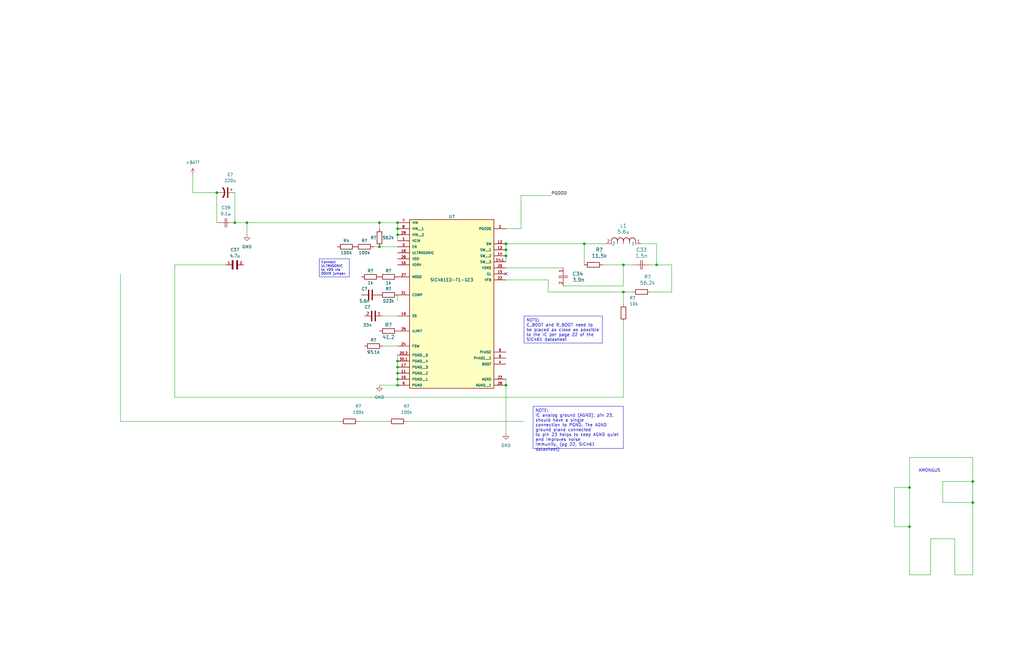
<source format=kicad_sch>
(kicad_sch (version 20230121) (generator eeschema)
  (paper "B")
  (title_block (title "5V Regulator"))
  (lib_symbols
    (symbol "FixedWing:08053C333KAT2A" (pin_names (offset 1.016))
      (property "Reference" "C" (at 1.27 2.54 0))
      (property "Value" "33n" (at 0 -3.81 0))
      (symbol "08053C333KAT2A_0_1"
        (polyline (pts (xy 3.048 -2.032) (xy 3.048 2.032)) (stroke (width 0.508)))
        (polyline (pts (xy 4.572 -2.032) (xy 4.572 2.032)) (stroke (width 0.508)))
      )
      (symbol "08053C333KAT2A_1_1"
        (pin passive line (at 0 0 0) (length 2.794) (name "~") (number "1"))
        (pin passive line (at 7.62 0 180) (length 2.794) (name "~") (number "2"))
      )
    )
    (symbol "FixedWing:CRCW080541K2FKEA" (pin_numbers hide) (pin_names (offset 0.254) hide)
      (property "Reference" "R" (at 3.81 2.54 0))
      (property "Value" "41.2" (at 3.81 -2.54 0))
      (symbol "CRCW080541K2FKEA_0_1"
        (rectangle (start 6.35 -1.016) (end 1.27 1.016) (stroke (width 0.254)))
      )
      (symbol "CRCW080541K2FKEA_1_1"
        (pin passive line (at 0 0 0) (length 1.27) (name "~") (number "1"))
        (pin passive line (at 7.62 0 180) (length 1.27) (name "~") (number "2"))
      )
      (symbol "CRCW080541K2FKEA_1_2"
        (polyline (pts (xy -1.27 3.175) (xy 1.27 4.445)) (stroke (width 0.2032)))
        (polyline (pts (xy -1.27 5.715) (xy 1.27 6.985)) (stroke (width 0.2032)))
        (polyline (pts (xy -1.27 8.255) (xy 1.27 9.525)) (stroke (width 0.2032)))
        (polyline (pts (xy 0 2.54) (xy -1.27 3.175)) (stroke (width 0.2032)))
        (polyline (pts (xy 1.27 4.445) (xy -1.27 5.715)) (stroke (width 0.2032)))
        (polyline (pts (xy 1.27 6.985) (xy -1.27 8.255)) (stroke (width 0.2032)))
        (polyline (pts (xy 1.27 9.525) (xy 0 10.16)) (stroke (width 0.2032)))
        (pin unspecified line (at 0 12.7 270) (length 2.54) (name "") (number "1"))
        (pin unspecified line (at 0 0 90) (length 2.54) (name "") (number "2"))
      )
    )
    (symbol "FixedWing:EEUFR1J221L" (pin_numbers hide) (pin_names (offset 1.016) hide)
      (property "Reference" "C" (at 2.54 3.81 0))
      (property "Value" "220u" (at 1.27 -5.08 0))
      (symbol "EEUFR1J221L_0_1"
        (polyline (pts (xy 1.524 -1.778) (xy 1.524 -0.762)))
        (polyline (pts (xy 2.032 -1.27) (xy 1.016 -1.27)))
        (polyline (pts (xy 3.048 -2.032) (xy 3.048 2.032)) (stroke (width 0.508)))
        (arc (start 5.08 2.032) (mid 4.3672 0) (end 5.08 -2.032) (stroke (width 0.508)))
      )
      (symbol "EEUFR1J221L_1_1"
        (pin passive line (at 0 0 0) (length 2.794) (name "~") (number "1"))
        (pin passive line (at 7.62 0 180) (length 3.302) (name "~") (number "2"))
      )
    )
    (symbol "FixedWing:GCJ188R72A104KA01D" (pin_numbers hide) (pin_names (offset 0) hide)
      (property "Reference" "C" (at 3.81 1.27 0))
      (property "Value" "0.1µ" (at 5.08 -1.27 0))
      (symbol "GCJ188R72A104KA01D_1_1"
        (polyline (pts (xy 0 -1.27) (xy 0 -0.3302)) (stroke (width 0.2032)))
        (polyline (pts (xy 0 0.3048) (xy 0 1.27)) (stroke (width 0.2032)))
        (polyline (pts (xy 1.905 -0.3302) (xy -1.905 -0.3302)) (stroke (width 0.2032)))
        (polyline (pts (xy 1.905 0.3048) (xy -1.905 0.3048)) (stroke (width 0.2032)))
        (pin passive line (at 0 -3.81 90) (length 2.54) (name "") (number "1"))
        (pin passive line (at 0 3.81 270) (length 2.54) (name "") (number "2"))
      )
      (symbol "GCJ188R72A104KA01D_1_2"
        (polyline (pts (xy -1.905 -4.1148) (xy 1.905 -4.1148)) (stroke (width 0.2032)))
        (polyline (pts (xy -1.905 -3.4798) (xy 1.905 -3.4798)) (stroke (width 0.2032)))
        (polyline (pts (xy 0 -4.1148) (xy 0 -5.08)) (stroke (width 0.2032)))
        (polyline (pts (xy 0 -2.54) (xy 0 -3.4798)) (stroke (width 0.2032)))
        (pin unspecified line (at 0 0 270) (length 2.54) (name "") (number "1"))
        (pin unspecified line (at 0 -7.62 90) (length 2.54) (name "") (number "2"))
      )
    )
    (symbol "FixedWing:GCM21BC71E475KE36L" (pin_names (offset 1.016))
      (property "Reference" "C" (at 0 3.8109 0))
      (property "Value" "4.7u" (at 0 -5.0885 0))
      (symbol "GCM21BC71E475KE36L_0_0"
        (rectangle (start 0 -1.9069) (end 0.635 1.905) (stroke (width 0.1)) (fill (type outline)))
        (rectangle (start 1.9069 -1.9069) (end 2.54 1.905) (stroke (width 0.1)) (fill (type outline)))
        (pin passive line (at -2.54 0 0) (length 2.54) (name "~") (number "1"))
        (pin passive line (at 5.08 0 180) (length 2.54) (name "~") (number "2"))
      )
    )
    (symbol "FixedWing:GRM2165C1H152JA01D" (pin_numbers hide) (pin_names (offset 0.254) hide)
      (property "Reference" "C" (at 3.81 3.81 0))
      (property "Value" "1.5n" (at 3.81 -3.81 0))
      (symbol "GRM2165C1H152JA01D_1_1"
        (polyline (pts (xy 2.54 0) (xy 3.4798 0)) (stroke (width 0.2032)))
        (polyline (pts (xy 3.4798 -1.905) (xy 3.4798 1.905)) (stroke (width 0.2032)))
        (polyline (pts (xy 4.1148 -1.905) (xy 4.1148 1.905)) (stroke (width 0.2032)))
        (polyline (pts (xy 4.1148 0) (xy 5.08 0)) (stroke (width 0.2032)))
        (pin unspecified line (at 0 0 0) (length 2.54) (name "") (number "1"))
        (pin unspecified line (at 7.62 0 180) (length 2.54) (name "") (number "2"))
      )
      (symbol "GRM2165C1H152JA01D_1_2"
        (polyline (pts (xy -1.905 -4.1148) (xy 1.905 -4.1148)) (stroke (width 0.2032)))
        (polyline (pts (xy -1.905 -3.4798) (xy 1.905 -3.4798)) (stroke (width 0.2032)))
        (polyline (pts (xy 0 -4.1148) (xy 0 -5.08)) (stroke (width 0.2032)))
        (polyline (pts (xy 0 -2.54) (xy 0 -3.4798)) (stroke (width 0.2032)))
        (pin unspecified line (at 0 0 270) (length 2.54) (name "") (number "1"))
        (pin unspecified line (at 0 -7.62 90) (length 2.54) (name "") (number "2"))
      )
    )
    (symbol "FixedWing:GRM2165C1H392JA01D" (pin_names (offset 0.254))
      (property "Reference" "C" (at 3.81 3.81 0))
      (property "Value" "3.9n" (at 3.81 -3.81 0))
      (symbol "GRM2165C1H392JA01D_1_1"
        (polyline (pts (xy 2.54 0) (xy 3.4798 0)) (stroke (width 0.2032)))
        (polyline (pts (xy 3.4798 -1.905) (xy 3.4798 1.905)) (stroke (width 0.2032)))
        (polyline (pts (xy 4.1148 -1.905) (xy 4.1148 1.905)) (stroke (width 0.2032)))
        (polyline (pts (xy 4.1148 0) (xy 5.08 0)) (stroke (width 0.2032)))
        (pin unspecified line (at 0 0 0) (length 2.54) (name "") (number "1"))
        (pin unspecified line (at 7.62 0 180) (length 2.54) (name "") (number "2"))
      )
      (symbol "GRM2165C1H392JA01D_1_2"
        (polyline (pts (xy -1.905 -4.1148) (xy 1.905 -4.1148)) (stroke (width 0.2032)))
        (polyline (pts (xy -1.905 -3.4798) (xy 1.905 -3.4798)) (stroke (width 0.2032)))
        (polyline (pts (xy 0 -4.1148) (xy 0 -5.08)) (stroke (width 0.2032)))
        (polyline (pts (xy 0 -2.54) (xy 0 -3.4798)) (stroke (width 0.2032)))
        (pin unspecified line (at 0 0 270) (length 2.54) (name "") (number "1"))
        (pin unspecified line (at 0 -7.62 90) (length 2.54) (name "") (number "2"))
      )
    )
    (symbol "FixedWing:GRM2195C1H562JA01D" (pin_numbers hide) (pin_names (offset 0) hide)
      (property "Reference" "C" (at 3.81 3.81 0))
      (property "Value" "5.6n" (at 3.81 -3.81 0))
      (symbol "GRM2195C1H562JA01D_0_1"
        (polyline (pts (xy 3.048 -2.032) (xy 3.048 2.032)) (stroke (width 0.508)))
        (polyline (pts (xy 4.572 -2.032) (xy 4.572 2.032)) (stroke (width 0.508)))
      )
      (symbol "GRM2195C1H562JA01D_1_1"
        (pin passive line (at 0 0 0) (length 2.794) (name "~") (number "1"))
        (pin passive line (at 7.62 0 180) (length 2.794) (name "~") (number "2"))
      )
      (symbol "GRM2195C1H562JA01D_1_2"
        (polyline (pts (xy -1.905 -4.1148) (xy 1.905 -4.1148)) (stroke (width 0.2032)))
        (polyline (pts (xy -1.905 -3.4798) (xy 1.905 -3.4798)) (stroke (width 0.2032)))
        (polyline (pts (xy 0 -4.1148) (xy 0 -5.08)) (stroke (width 0.2032)))
        (polyline (pts (xy 0 -2.54) (xy 0 -3.4798)) (stroke (width 0.2032)))
        (pin unspecified line (at 0 0 270) (length 2.54) (name "") (number "1"))
        (pin unspecified line (at 0 -7.62 90) (length 2.54) (name "") (number "2"))
      )
    )
    (symbol "FixedWing:IHLP6767GZER5R6M01" (pin_names (offset 0.254))
      (property "Reference" "L" (at 6.985 5.08 0))
      (property "Value" "5.6u" (at 6.985 -2.54 0))
      (symbol "IHLP6767GZER5R6M01_1_1"
        (polyline (pts (xy 2.54 0) (xy 2.54 1.27)) (stroke (width 0.2032)))
        (polyline (pts (xy 5.08 0) (xy 5.08 1.27)) (stroke (width 0.2032)))
        (polyline (pts (xy 7.62 0) (xy 7.62 1.27)) (stroke (width 0.2032)))
        (polyline (pts (xy 10.16 0) (xy 10.16 1.27)) (stroke (width 0.2032)))
        (polyline (pts (xy 12.7 0) (xy 12.7 1.27)) (stroke (width 0.2032)))
        (arc (start 5.08 1.27) (mid 3.81 2.5345) (end 2.54 1.27) (stroke (width 0.254)))
        (arc (start 7.62 1.27) (mid 6.35 2.5345) (end 5.08 1.27) (stroke (width 0.254)))
        (arc (start 10.16 1.27) (mid 8.89 2.5345) (end 7.62 1.27) (stroke (width 0.254)))
        (arc (start 12.7 1.27) (mid 11.43 2.5345) (end 10.16 1.27) (stroke (width 0.254)))
        (pin unspecified line (at 15.24 0 180) (length 2.54) (name "1") (number "1"))
        (pin unspecified line (at 0 0 0) (length 2.54) (name "2") (number "2"))
      )
      (symbol "IHLP6767GZER5R6M01_1_2"
        (arc (start -1.27 5.08) (mid -2.5345 3.81) (end -1.27 2.54) (stroke (width 0.254)))
        (arc (start -1.27 7.62) (mid -2.5345 6.35) (end -1.27 5.08) (stroke (width 0.254)))
        (arc (start -1.27 10.16) (mid -2.5345 8.89) (end -1.27 7.62) (stroke (width 0.254)))
        (arc (start -1.27 12.7) (mid -2.5345 11.43) (end -1.27 10.16) (stroke (width 0.254)))
        (polyline (pts (xy 0 2.54) (xy -1.27 2.54)) (stroke (width 0.2032)))
        (polyline (pts (xy 0 5.08) (xy -1.27 5.08)) (stroke (width 0.2032)))
        (polyline (pts (xy 0 7.62) (xy -1.27 7.62)) (stroke (width 0.2032)))
        (polyline (pts (xy 0 10.16) (xy -1.27 10.16)) (stroke (width 0.2032)))
        (polyline (pts (xy 0 12.7) (xy -1.27 12.7)) (stroke (width 0.2032)))
        (pin unspecified line (at 0 15.24 270) (length 2.54) (name "1") (number "1"))
        (pin unspecified line (at 0 0 90) (length 2.54) (name "2") (number "2"))
      )
    )
    (symbol "FixedWing:RC0805FR-07100KL" (pin_numbers hide) (pin_names (offset 1.016) hide)
      (property "Reference" "R" (at 2.54 1.27 0))
      (property "Value" "100k" (at 1.27 -3.81 0))
      (symbol "RC0805FR-07100KL_0_1"
        (rectangle (start 6.35 -1.016) (end 1.27 1.016) (stroke (width 0.254)))
      )
      (symbol "RC0805FR-07100KL_1_1"
        (pin passive line (at 0 0 0) (length 1.27) (name "~") (number "1"))
        (pin passive line (at 7.62 0 180) (length 1.27) (name "~") (number "2"))
      )
    )
    (symbol "FixedWing:RC0805FR-0711K5L" (pin_numbers hide) (pin_names (offset 0.254) hide)
      (property "Reference" "R" (at 3.81 2.54 0))
      (property "Value" "11.5k" (at 3.81 -2.54 0))
      (symbol "RC0805FR-0711K5L_0_1"
        (rectangle (start 6.35 -1.016) (end 1.27 1.016) (stroke (width 0.254)))
      )
      (symbol "RC0805FR-0711K5L_1_1"
        (pin passive line (at 0 0 0) (length 1.27) (name "~") (number "1"))
        (pin passive line (at 7.62 0 180) (length 1.27) (name "~") (number "2"))
      )
      (symbol "RC0805FR-0711K5L_1_2"
        (polyline (pts (xy -1.27 3.175) (xy 1.27 4.445)) (stroke (width 0.2032)))
        (polyline (pts (xy -1.27 5.715) (xy 1.27 6.985)) (stroke (width 0.2032)))
        (polyline (pts (xy -1.27 8.255) (xy 1.27 9.525)) (stroke (width 0.2032)))
        (polyline (pts (xy 0 2.54) (xy -1.27 3.175)) (stroke (width 0.2032)))
        (polyline (pts (xy 1.27 4.445) (xy -1.27 5.715)) (stroke (width 0.2032)))
        (polyline (pts (xy 1.27 6.985) (xy -1.27 8.255)) (stroke (width 0.2032)))
        (polyline (pts (xy 1.27 9.525) (xy 0 10.16)) (stroke (width 0.2032)))
        (pin unspecified line (at 0 12.7 270) (length 2.54) (name "") (number "1"))
        (pin unspecified line (at 0 0 90) (length 2.54) (name "") (number "2"))
      )
    )
    (symbol "FixedWing:RC0805FR-071KL" (pin_numbers hide) (pin_names (offset 0) hide)
      (property "Reference" "R" (at 3.81 2.54 0))
      (property "Value" "1k" (at 3.81 -2.54 0))
      (symbol "RC0805FR-071KL_0_1"
        (rectangle (start 6.35 -1.016) (end 1.27 1.016) (stroke (width 0.254)))
      )
      (symbol "RC0805FR-071KL_1_1"
        (pin passive line (at 0 0 0) (length 1.27) (name "~") (number "1"))
        (pin passive line (at 7.62 0 180) (length 1.27) (name "~") (number "2"))
      )
      (symbol "RC0805FR-071KL_1_2"
        (polyline (pts (xy -1.27 3.175) (xy 1.27 4.445)) (stroke (width 0.2032)))
        (polyline (pts (xy -1.27 5.715) (xy 1.27 6.985)) (stroke (width 0.2032)))
        (polyline (pts (xy -1.27 8.255) (xy 1.27 9.525)) (stroke (width 0.2032)))
        (polyline (pts (xy 0 2.54) (xy -1.27 3.175)) (stroke (width 0.2032)))
        (polyline (pts (xy 1.27 4.445) (xy -1.27 5.715)) (stroke (width 0.2032)))
        (polyline (pts (xy 1.27 6.985) (xy -1.27 8.255)) (stroke (width 0.2032)))
        (polyline (pts (xy 1.27 9.525) (xy 0 10.16)) (stroke (width 0.2032)))
        (pin unspecified line (at 0 12.7 270) (length 2.54) (name "") (number "1"))
        (pin unspecified line (at 0 0 90) (length 2.54) (name "") (number "2"))
      )
    )
    (symbol "FixedWing:RC0805FR-07523KL" (pin_numbers hide) (pin_names (offset 0.254) hide)
      (property "Reference" "R" (at 3.81 2.54 0))
      (property "Value" "523k" (at 3.81 -2.54 0))
      (symbol "RC0805FR-07523KL_0_1"
        (rectangle (start 6.35 -1.016) (end 1.27 1.016) (stroke (width 0.254)))
      )
      (symbol "RC0805FR-07523KL_1_1"
        (pin passive line (at 0 0 0) (length 1.27) (name "~") (number "1"))
        (pin passive line (at 7.62 0 180) (length 1.27) (name "~") (number "2"))
      )
      (symbol "RC0805FR-07523KL_1_2"
        (polyline (pts (xy -1.27 3.175) (xy 1.27 4.445)) (stroke (width 0.2032)))
        (polyline (pts (xy -1.27 5.715) (xy 1.27 6.985)) (stroke (width 0.2032)))
        (polyline (pts (xy -1.27 8.255) (xy 1.27 9.525)) (stroke (width 0.2032)))
        (polyline (pts (xy 0 2.54) (xy -1.27 3.175)) (stroke (width 0.2032)))
        (polyline (pts (xy 1.27 4.445) (xy -1.27 5.715)) (stroke (width 0.2032)))
        (polyline (pts (xy 1.27 6.985) (xy -1.27 8.255)) (stroke (width 0.2032)))
        (polyline (pts (xy 1.27 9.525) (xy 0 10.16)) (stroke (width 0.2032)))
        (pin unspecified line (at 0 12.7 270) (length 2.54) (name "") (number "1"))
        (pin unspecified line (at 0 0 90) (length 2.54) (name "") (number "2"))
      )
    )
    (symbol "FixedWing:RC0805FR-07562KL" (pin_numbers hide) (pin_names (offset 1.016) hide)
      (property "Reference" "R" (at 2.54 1.27 0))
      (property "Value" "562k" (at 1.27 -3.81 0))
      (symbol "RC0805FR-07562KL_0_1"
        (rectangle (start 6.35 -1.016) (end 1.27 1.016) (stroke (width 0.254)))
      )
      (symbol "RC0805FR-07562KL_1_1"
        (pin passive line (at 0 0 0) (length 1.27) (name "~") (number "1"))
        (pin passive line (at 7.62 0 180) (length 1.27) (name "~") (number "2"))
      )
    )
    (symbol "FixedWing:RC0805FR-0756K2L" (pin_numbers hide) (pin_names (offset 0.254) hide)
      (property "Reference" "R" (at 3.81 3.81 0))
      (property "Value" "56.2k" (at 3.81 -3.81 0))
      (symbol "RC0805FR-0756K2L_0_1"
        (rectangle (start 1.27 1.016) (end 6.35 -1.016) (stroke (width 0.254)))
      )
      (symbol "RC0805FR-0756K2L_1_1"
        (pin passive line (at 0 0 0) (length 1.27) (name "~") (number "1"))
        (pin passive line (at 7.62 0 180) (length 1.27) (name "~") (number "2"))
      )
      (symbol "RC0805FR-0756K2L_1_2"
        (polyline (pts (xy -1.27 3.175) (xy 1.27 4.445)) (stroke (width 0.2032)))
        (polyline (pts (xy -1.27 5.715) (xy 1.27 6.985)) (stroke (width 0.2032)))
        (polyline (pts (xy -1.27 8.255) (xy 1.27 9.525)) (stroke (width 0.2032)))
        (polyline (pts (xy 0 2.54) (xy -1.27 3.175)) (stroke (width 0.2032)))
        (polyline (pts (xy 1.27 4.445) (xy -1.27 5.715)) (stroke (width 0.2032)))
        (polyline (pts (xy 1.27 6.985) (xy -1.27 8.255)) (stroke (width 0.2032)))
        (polyline (pts (xy 1.27 9.525) (xy 0 10.16)) (stroke (width 0.2032)))
        (pin unspecified line (at 0 12.7 270) (length 2.54) (name "") (number "1"))
        (pin unspecified line (at 0 0 90) (length 2.54) (name "") (number "2"))
      )
    )
    (symbol "FixedWing:RC0805FR-0793K1L" (pin_numbers hide) (pin_names (offset 1.016) hide)
      (property "Reference" "R" (at 3.175 1.905 0))
      (property "Value" "93.1k" (at 1.27 -3.81 0))
      (symbol "RC0805FR-0793K1L_0_1"
        (rectangle (start 6.35 -1.016) (end 1.27 1.016) (stroke (width 0.254)))
      )
      (symbol "RC0805FR-0793K1L_1_1"
        (pin passive line (at 0 0 0) (length 1.27) (name "~") (number "1"))
        (pin passive line (at 7.62 0 180) (length 1.27) (name "~") (number "2"))
      )
    )
    (symbol "FixedWing:RK73H2ATTD1002F" (pin_numbers hide) (pin_names (offset 1.016) hide)
      (property "Reference" "R" (at 2.54 2.54 0))
      (property "Value" "10k" (at 2.54 -2.54 0))
      (symbol "RK73H2ATTD1002F_0_1"
        (rectangle (start 6.35 -1.016) (end 1.27 1.016) (stroke (width 0.254)))
      )
      (symbol "RK73H2ATTD1002F_1_1"
        (pin passive line (at 0 0 0) (length 1.27) (name "~") (number "1"))
        (pin passive line (at 7.62 0 180) (length 1.27) (name "~") (number "2"))
      )
    )
    (symbol "FixedWing:SIC461ED-T1-GE3" (pin_names (offset 1.016))
      (property "Reference" "U" (at -17.78 22.86 0))
      (property "Value" "SIC461ED-T1-GE3" (at -17.78 -50.8 0))
      (symbol "SIC461ED-T1-GE3_0_0"
        (rectangle (start -17.78 22.86) (end 17.78 -48.26) (stroke (width 0.254)) (fill (type background)))
        (pin input line (at -22.86 13.97 0) (length 5.08) (name "VCIN") (number "1"))
        (pin power_in line (at -22.86 -44.45 0) (length 5.08) (name "PGND__1") (number "10"))
        (pin power_in line (at -22.86 -41.91 0) (length 5.08) (name "PGND__2") (number "11"))
        (pin output line (at 22.86 12.7 180) (length 5.08) (name "SW") (number "12"))
        (pin output line (at 22.86 10.16 180) (length 5.08) (name "SW__1") (number "13"))
        (pin output line (at 22.86 7.62 180) (length 5.08) (name "SW__2") (number "14"))
        (pin output line (at 22.86 5.08 180) (length 5.08) (name "SW__3") (number "14.1"))
        (pin output line (at 22.86 0 180) (length 5.08) (name "GL") (number "15"))
        (pin power_in line (at -22.86 3.81 0) (length 5.08) (name "VDRV") (number "16"))
        (pin power_in line (at -22.86 -39.37 0) (length 5.08) (name "PGND__3") (number "17"))
        (pin input line (at -22.86 8.89 0) (length 5.08) (name "ULTRASONIC") (number "18"))
        (pin passive line (at -22.86 -17.78 0) (length 5.08) (name "SS") (number "19"))
        (pin output line (at 22.86 19.05 180) (length 5.08) (name "PGOOD") (number "2"))
        (pin input line (at 22.86 2.54 180) (length 5.08) (name "VSNS") (number "20"))
        (pin passive line (at -22.86 -8.89 0) (length 5.08) (name "COMP") (number "21"))
        (pin input line (at 22.86 -2.54 180) (length 5.08) (name "VFB") (number "22"))
        (pin power_in line (at 22.86 -44.45 180) (length 5.08) (name "AGND") (number "23"))
        (pin passive line (at -22.86 -30.48 0) (length 5.08) (name "FSW") (number "24"))
        (pin passive line (at -22.86 -24.13 0) (length 5.08) (name "ILIMIT") (number "25"))
        (pin power_in line (at -22.86 6.35 0) (length 5.08) (name "VDD") (number "26"))
        (pin input line (at -22.86 -1.27 0) (length 5.08) (name "MODE") (number "27"))
        (pin power_in line (at 22.86 -46.99 180) (length 5.08) (name "AGND__1") (number "28"))
        (pin input line (at -22.86 16.51 0) (length 5.08) (name "VIN__2") (number "29"))
        (pin input line (at -22.86 11.43 0) (length 5.08) (name "EN") (number "3"))
        (pin power_in line (at -22.86 -36.83 0) (length 5.08) (name "PGND__4") (number "30.1"))
        (pin power_in line (at -22.86 -34.29 0) (length 5.08) (name "PGND__5") (number "30.2"))
        (pin passive line (at 22.86 -38.1 180) (length 5.08) (name "BOOT") (number "4"))
        (pin output line (at 22.86 -33.02 180) (length 5.08) (name "PHASE") (number "5"))
        (pin output line (at 22.86 -35.56 180) (length 5.08) (name "PHASE__1") (number "6"))
        (pin input line (at -22.86 21.59 0) (length 5.08) (name "VIN") (number "7"))
        (pin input line (at -22.86 19.05 0) (length 5.08) (name "VIN__1") (number "8"))
        (pin power_in line (at -22.86 -46.99 0) (length 5.08) (name "PGND") (number "9"))
      )
    )
    (symbol "RC0805FR-071KL_1" (pin_numbers hide) (pin_names (offset 0) hide)
      (property "Reference" "R" (at 3.81 2.54 0))
      (property "Value" "1k" (at 3.81 -2.54 0))
      (symbol "RC0805FR-071KL_1_0_1"
        (rectangle (start 6.35 -1.016) (end 1.27 1.016) (stroke (width 0.254)))
      )
      (symbol "RC0805FR-071KL_1_1_1"
        (pin passive line (at 0 0 0) (length 1.27) (name "~") (number "1"))
        (pin passive line (at 7.62 0 180) (length 1.27) (name "~") (number "2"))
      )
      (symbol "RC0805FR-071KL_1_1_2"
        (polyline (pts (xy -1.27 3.175) (xy 1.27 4.445)) (stroke (width 0.2032)))
        (polyline (pts (xy -1.27 5.715) (xy 1.27 6.985)) (stroke (width 0.2032)))
        (polyline (pts (xy -1.27 8.255) (xy 1.27 9.525)) (stroke (width 0.2032)))
        (polyline (pts (xy 0 2.54) (xy -1.27 3.175)) (stroke (width 0.2032)))
        (polyline (pts (xy 1.27 4.445) (xy -1.27 5.715)) (stroke (width 0.2032)))
        (polyline (pts (xy 1.27 6.985) (xy -1.27 8.255)) (stroke (width 0.2032)))
        (polyline (pts (xy 1.27 9.525) (xy 0 10.16)) (stroke (width 0.2032)))
        (pin unspecified line (at 0 12.7 270) (length 2.54) (name "") (number "1"))
        (pin unspecified line (at 0 0 90) (length 2.54) (name "") (number "2"))
      )
    )
    (symbol "power:+BATT" (power) (pin_names (offset 0))
      (property "Value" "+BATT" (at 0 3.556 0))
      (symbol "+BATT_0_1"
        (polyline (pts (xy -0.762 1.27) (xy 0 2.54)))
        (polyline (pts (xy 0 0) (xy 0 2.54)))
        (polyline (pts (xy 0 2.54) (xy 0.762 1.27)))
      )
      (symbol "+BATT_1_1"
        (pin power_in line (at 0 0 90) (length 0) hide (name "+BATT") (number "1"))
      )
    )
    (symbol "power:GND" (power) (pin_names (offset 0))
      (property "Value" "GND" (at 0 -3.81 0))
      (symbol "GND_0_1"
        (polyline (pts (xy 0 0) (xy 0 -1.27) (xy 1.27 -1.27) (xy 0 -2.54) (xy -1.27 -1.27) (xy 0 -1.27)))
      )
      (symbol "GND_1_1"
        (pin power_in line (at 0 0 270) (length 0) hide (name "GND") (number "1"))
      )
    )
  )
  (junction (at 104.14 93.98))
  (junction (at 262.89 111.76))
  (junction (at 246.38 102.87))
  (junction (at 167.64 157.48))
  (junction (at 213.36 105.41))
  (junction (at 262.89 123.19))
  (junction (at 276.86 111.76))
  (junction (at 167.64 154.94))
  (junction (at 213.36 102.87))
  (junction (at 167.64 162.56))
  (junction (at 410.21 212.09))
  (junction (at 160.02 104.14))
  (junction (at 167.64 160.02))
  (junction (at 383.54 222.25))
  (junction (at 213.36 162.56))
  (junction (at 213.36 107.95))
  (junction (at 160.02 93.98))
  (junction (at 167.64 93.98))
  (junction (at 410.21 203.2))
  (junction (at 167.64 96.52))
  (junction (at 167.64 99.06))
  (junction (at 99.06 93.98))
  (junction (at 383.54 205.74))
  (junction (at 91.44 81.28))
  (junction (at 167.64 152.4))
  (no_connect (at 213.36 115.57))
  (wire (pts (xy 410.21 193.04) (xy 383.54 193.04)))
  (wire (pts (xy 410.21 193.04) (xy 410.21 203.2)))
  (wire (pts (xy 219.71 96.52) (xy 219.71 82.55)))
  (wire (pts (xy 262.89 111.76) (xy 262.89 120.65)))
  (wire (pts (xy 73.66 167.64) (xy 262.89 167.64)))
  (wire (pts (xy 274.32 123.19) (xy 283.21 123.19)))
  (wire (pts (xy 167.64 160.02) (xy 167.64 162.56)))
  (wire (pts (xy 167.64 157.48) (xy 167.64 160.02)))
  (wire (pts (xy 397.51 203.2) (xy 397.51 212.09)))
  (wire (pts (xy 377.19 222.25) (xy 383.54 222.25)))
  (wire (pts (xy 167.64 96.52) (xy 167.64 99.06)))
  (wire (pts (xy 231.14 118.11) (xy 231.14 123.19)))
  (wire (pts (xy 276.86 111.76) (xy 283.21 111.76)))
  (wire (pts (xy 254 111.76) (xy 262.89 111.76)))
  (wire (pts (xy 161.29 133.35) (xy 167.64 133.35)))
  (wire (pts (xy 410.21 203.2) (xy 410.21 212.09)))
  (wire (pts (xy 262.89 167.64) (xy 262.89 135.89)))
  (wire (pts (xy 410.21 203.2) (xy 397.51 203.2)))
  (wire (pts (xy 50.8 115.57) (xy 50.8 177.8)))
  (wire (pts (xy 213.36 113.03) (xy 237.49 113.03)))
  (wire (pts (xy 283.21 111.76) (xy 283.21 123.19)))
  (wire (pts (xy 237.49 120.65) (xy 262.89 120.65)))
  (wire (pts (xy 213.36 102.87) (xy 213.36 105.41)))
  (wire (pts (xy 167.64 152.4) (xy 167.64 154.94)))
  (wire (pts (xy 157.48 104.14) (xy 160.02 104.14)))
  (wire (pts (xy 270.51 102.87) (xy 276.86 102.87)))
  (wire (pts (xy 171.45 177.8) (xy 220.98 177.8)))
  (wire (pts (xy 161.29 146.05) (xy 167.64 146.05)))
  (wire (pts (xy 402.59 227.33) (xy 402.59 242.57)))
  (wire (pts (xy 383.54 205.74) (xy 377.19 205.74)))
  (wire (pts (xy 73.66 111.76) (xy 95.25 111.76)))
  (wire (pts (xy 213.36 107.95) (xy 213.36 110.49)))
  (wire (pts (xy 91.44 81.28) (xy 91.44 93.98)))
  (wire (pts (xy 81.28 81.28) (xy 91.44 81.28)))
  (wire (pts (xy 151.13 177.8) (xy 163.83 177.8)))
  (wire (pts (xy 262.89 123.19) (xy 262.89 128.27)))
  (wire (pts (xy 276.86 111.76) (xy 276.86 102.87)))
  (wire (pts (xy 160.02 162.56) (xy 167.64 162.56)))
  (wire (pts (xy 383.54 222.25) (xy 383.54 242.57)))
  (wire (pts (xy 213.36 96.52) (xy 219.71 96.52)))
  (wire (pts (xy 246.38 111.76) (xy 246.38 102.87)))
  (wire (pts (xy 81.28 73.66) (xy 81.28 81.28)))
  (wire (pts (xy 213.36 105.41) (xy 213.36 107.95)))
  (wire (pts (xy 410.21 212.09) (xy 410.21 242.57)))
  (wire (pts (xy 262.89 123.19) (xy 266.7 123.19)))
  (wire (pts (xy 213.36 102.87) (xy 246.38 102.87)))
  (wire (pts (xy 104.14 99.06) (xy 104.14 93.98)))
  (wire (pts (xy 160.02 93.98) (xy 160.02 96.52)))
  (wire (pts (xy 392.43 227.33) (xy 402.59 227.33)))
  (wire (pts (xy 213.36 118.11) (xy 231.14 118.11)))
  (wire (pts (xy 99.06 81.28) (xy 99.06 93.98)))
  (wire (pts (xy 50.8 177.8) (xy 143.51 177.8)))
  (wire (pts (xy 167.64 93.98) (xy 167.64 96.52)))
  (wire (pts (xy 383.54 205.74) (xy 383.54 222.25)))
  (wire (pts (xy 213.36 162.56) (xy 213.36 182.88)))
  (wire (pts (xy 167.64 154.94) (xy 167.64 157.48)))
  (wire (pts (xy 231.14 123.19) (xy 262.89 123.19)))
  (wire (pts (xy 392.43 242.57) (xy 392.43 227.33)))
  (wire (pts (xy 167.64 149.86) (xy 167.64 152.4)))
  (wire (pts (xy 99.06 93.98) (xy 104.14 93.98)))
  (wire (pts (xy 167.64 99.06) (xy 167.64 101.6)))
  (wire (pts (xy 160.02 93.98) (xy 167.64 93.98)))
  (wire (pts (xy 213.36 160.02) (xy 213.36 162.56)))
  (wire (pts (xy 383.54 193.04) (xy 383.54 205.74)))
  (wire (pts (xy 219.71 82.55) (xy 232.41 82.55)))
  (wire (pts (xy 246.38 102.87) (xy 255.27 102.87)))
  (wire (pts (xy 274.32 111.76) (xy 276.86 111.76)))
  (wire (pts (xy 402.59 242.57) (xy 410.21 242.57)))
  (wire (pts (xy 160.02 104.14) (xy 167.64 104.14)))
  (wire (pts (xy 397.51 212.09) (xy 410.21 212.09)))
  (wire (pts (xy 377.19 205.74) (xy 377.19 222.25)))
  (wire (pts (xy 167.64 124.46) (xy 167.64 127)))
  (wire (pts (xy 73.66 111.76) (xy 73.66 167.64)))
  (wire (pts (xy 262.89 111.76) (xy 266.7 111.76)))
  (wire (pts (xy 104.14 93.98) (xy 160.02 93.98)))
  (wire (pts (xy 383.54 242.57) (xy 392.43 242.57)))
  (text_box "Connect ULTRASONIC to VDD via 0OHM jumper." (at 134.62 109.22 0) (size 12.7 7.62) (effects (font (size 1 1)) (justify left top)))
  (text_box "NOTE:\nC_BOOT and R_BOOT need to be placed as close as possible to the IC per page 22 of the SiC461 datasheet" (at 220.98 133.35 0) (size 33.02 11.43) (effects (font (size 1.27 1.27)) (justify left top)))
  (text_box "NOTE:\nIC analog ground (AGND), pin 23, should have a single\nconnection to PGND. The AGND ground plane connected\nto pin 23 helps to keep AGND quiet and improves noise\nimmunity. (pg 22, SIC461 datasheet)" (at 224.79 171.45 0) (size 38.1 17.78) (effects (font (size 1.27 1.27)) (justify left top)))
  (text "AMONGUS" (at 387.35 199.39 0) (effects (font (size 1.27 1.27)) (justify left bottom)))
  (label "PGOOD" (at 232.41 82.55 0))
  (symbol (lib_id "power:GND") (at 213.36 182.88 0) (unit 1)
    (property "Reference" "#PWR039" (effects hide))
    (property "Value" "GND" (at 213.36 187.96 0))
  )
  (symbol (lib_id "FixedWing:RC0805FR-07523KL") (at 160.02 124.46 0) (unit 1)
    (property "Reference" "R?" (at 163.83 121.92 0))
    (property "Value" "523k" (at 163.83 127 0))
    (property "Footprint" "FixedWing:RC0805N_YAG" (effects hide))
    (property "Datasheet" "https://www.yageo.com/upload/media/product/products/datasheet/rchip/PYu-RC_Group_51_RoHS_L_12.pdf" (effects hide))
    (property "Manufacturer" "YAGEO" (effects hide))
    (property "Manufacturer Part Number" "RC0805FR-07523KL" (effects hide))
  )
  (symbol (lib_id "FixedWing:RC0805FR-07562KL") (at 160.02 104.14 90) (unit 1)
    (property "Reference" "R?" (at 156.21 100.33 90) (effects (justify right)))
    (property "Value" "562k" (at 161.29 100.33 90) (effects (justify right)))
    (property "Footprint" "RC0805FR-07562KL:RESC2012X60N" (effects hide))
    (property "Datasheet" "https://www.yageo.com/upload/media/product/products/datasheet/rchip/PYu-RC_Group_51_RoHS_L_12.pdf" (effects hide))
    (property "Manufacturer" "YAGEO" (effects hide))
    (property "Manufacturer Part Number" "RC0805FR-07562KL" (effects hide))
  )
  (symbol (lib_id "FixedWing:GRM2165C1H392JA01D") (at 237.49 113.03 270) (unit 1)
    (property "Reference" "C34" (at 241.3 115.57 90) (effects (font (size 1.524 1.524)) (justify left)))
    (property "Value" "3.9n" (at 241.3 118.11 90) (effects (font (size 1.524 1.524)) (justify left)))
    (property "Footprint" "FixedWing:G-21_MUR" (effects hide))
    (property "Datasheet" "https://search.murata.co.jp/Ceramy/image/img/A01X/G101/ENG/GRM2165C1H392JA01-01.pdf" (effects hide))
    (property "Manufacturer" "Murata Electronics" (effects hide))
    (property "Manufacturer Part Number" "GRM2165C1H392JA01D" (effects hide))
  )
  (symbol (lib_id "FixedWing:RC0805FR-0756K2L") (at 266.7 123.19 0) (unit 1)
    (property "Reference" "R?" (at 273.05 116.84 0) (effects (font (size 1.524 1.524))))
    (property "Value" "56.2k" (at 273.05 119.38 0) (effects (font (size 1.524 1.524))))
    (property "Footprint" "FixedWing:RC0805N_YAG" (effects hide))
    (property "Datasheet" "https://www.yageo.com/upload/media/product/products/datasheet/rchip/PYu-RC_Group_51_RoHS_L_12.pdf" (effects hide))
    (property "Manufacturer" "YAGEO" (effects hide))
    (property "Manufacturer Part Number" "RC0805FR-0756K2L" (effects hide))
  )
  (symbol (lib_id "FixedWing:EEUFR1J221L") (at 99.06 81.28 180) (unit 1)
    (property "Reference" "C?" (at 97.0934 73.66 0))
    (property "Value" "220u" (at 97.0934 76.2 0))
    (property "Footprint" "FixedWing:CAPPRD500W60D1000H2500" (effects hide))
    (property "Datasheet" "https://industrial.panasonic.com/cdbs/www-data/pdf/RDF0000/ABA0000C1259.pdf" (effects hide))
    (property "MF" "PANASONIC" (effects hide))
    (property "b_max" "0.65" (effects hide))
    (property "DESCRIPTION" "FR-A" (effects hide))
    (property "b_nom" "0.6" (effects hide))
    (property "PARTREV" "28-FEB-20" (effects hide))
    (property "A_max" "25" (effects hide))
    (property "D_nom" "10" (effects hide))
    (property "e_nom" "5" (effects hide))
    (property "Manufacturer" "Panasonic Electronic Components" (effects hide))
    (property "Manufacturer Part Number" "EEU-FR1J221L" (effects hide))
  )
  (symbol (lib_id "FixedWing:CRCW080541K2FKEA") (at 167.64 139.7 180) (unit 1)
    (property "Reference" "R?" (at 163.83 137.16 0) (effects (font (size 1.524 1.524))))
    (property "Value" "41.2" (at 163.83 142.24 0) (effects (font (size 1.524 1.524))))
    (property "Footprint" "FixedWing:RC0805N_VIS" (effects hide))
    (property "Datasheet" "https://www.vishay.com/docs/20035/dcrcwe3.pdf" (effects hide))
    (property "Manufacturer" "Vishay Dale" (effects hide))
    (property "Manufacturer Part Number" "CRCW080541K2FKEA" (effects hide))
  )
  (symbol (lib_id "FixedWing:GRM2165C1H152JA01D") (at 266.7 111.76 0) (unit 1)
    (property "Reference" "C33" (at 270.51 105.41 0) (effects (font (size 1.524 1.524))))
    (property "Value" "1.5n" (at 270.51 107.95 0) (effects (font (size 1.524 1.524))))
    (property "Footprint" "FixedWing:G-21_MUR" (effects hide))
    (property "Datasheet" "https://search.murata.co.jp/Ceramy/image/img/A01X/G101/ENG/GRM2165C1H152JA01-01.pdf" (effects hide))
    (property "Manufacturer" "Murata Electronics" (effects hide))
    (property "Manufacturer Part Number" "GRM2165C1H152JA01D" (effects hide))
  )
  (symbol (lib_id "power:GND") (at 104.14 99.06 0) (unit 1)
    (property "Reference" "#PWR041" (effects hide))
    (property "Value" "GND" (at 104.14 104.14 0))
  )
  (symbol (lib_id "FixedWing:RC0805FR-0793K1L") (at 161.29 146.05 180) (unit 1)
    (property "Reference" "R?" (at 157.48 143.51 0))
    (property "Value" "93.1k" (at 157.48 148.59 0))
    (property "Footprint" "FixedWing:RESC2012X60N" (effects hide))
    (property "Datasheet" "https://www.yageo.com/upload/media/product/products/datasheet/rchip/PYu-RC_Group_51_RoHS_L_12.pdf" (effects hide))
    (property "Manufacturer" "YAGEO" (effects hide))
    (property "Manufacturer Part Number" "RC0805FR-0793K1L" (effects hide))
  )
  (symbol (lib_id "FixedWing:IHLP6767GZER5R6M01") (at 255.27 102.87 0) (unit 1)
    (property "Reference" "L1" (at 262.89 95.25 0) (effects (font (size 1.524 1.524))))
    (property "Value" "5.6u" (at 262.89 97.79 0) (effects (font (size 1.524 1.524))))
    (property "Footprint" "FixedWing:IND_IHLP-6767GZ_VIS" (effects hide))
    (property "Datasheet" "https://www.vishay.com/docs/34000/ihlp-6767gz-01.pdf" (effects hide))
    (property "Manufacturer" "Vishay Dale" (effects hide))
    (property "Manufacturer Part Number" "IHLP6767GZER5R6M01" (effects hide))
  )
  (symbol (lib_id "FixedWing:GCM21BC71E475KE36L") (at 97.79 111.76 0) (unit 1)
    (property "Reference" "C37" (at 99.06 105.41 0))
    (property "Value" "4.7u" (at 99.06 107.95 0))
    (property "Footprint" "FixedWing:CAPC2012X145N" (effects hide))
    (property "Datasheet" "https://search.murata.co.jp/Ceramy/image/img/A01X/G101/ENG/GCM21BC71E475KE36-01.pdf" (effects hide))
    (property "Manufacturer" "Murata Electronics" (effects hide))
    (property "Manufacturer Part Number" "GCM21BC71E475KE36L" (effects hide))
  )
  (symbol (lib_id "FixedWing:RC0805FR-07100KL") (at 171.45 177.8 180) (unit 1)
    (property "Reference" "R?" (at 171.45 171.45 0))
    (property "Value" "100k" (at 171.45 173.99 0))
    (property "Footprint" "FixedWing:RESC2012X60N" (effects hide))
    (property "Datasheet" "https://www.yageo.com/upload/media/product/products/datasheet/rchip/PYu-RC_Group_51_RoHS_L_12.pdf" (effects hide))
    (property "Manufacturer" "YAGEO" (effects hide))
    (property "Manufacturer Part Number" "RC0805FR-07100KL" (effects hide))
  )
  (symbol (lib_id "FixedWing:GCJ188R72A104KA01D") (at 95.25 93.98 90) (unit 1)
    (property "Reference" "C39" (at 95.25 87.63 90))
    (property "Value" "0.1µ" (at 95.25 90.17 90))
    (property "Footprint" "FixedWing:CAP_GCJ-18_MUR" (effects hide))
    (property "Datasheet" "https://search.murata.co.jp/Ceramy/image/img/A01X/G101/ENG/GCJ21BR71A106KE01-01A.pdf" (effects hide))
    (property "Manufacturer" "Murata Electronics" (effects hide))
    (property "Manufacturer_Part_Number" "GCJ188R72A104KA01D" (effects hide))
  )
  (symbol (lib_id "FixedWing:SIC461ED-T1-GE3") (at 190.5 115.57 0) (unit 1)
    (property "Reference" "U?" (at 190.5 91.44 0))
    (property "Value" "SIC461ED-T1-GE3" (at 190.5 118.11 0))
    (property "Footprint" "FixedWing:CONV_SIC461ED-T1-GE3" (effects hide))
    (property "Datasheet" "https://www.vishay.com/docs/65124/sic46x.pdf" (effects hide))
    (property "PARTREV" "M" (effects hide))
    (property "STANDARD" "Manufacturer Recommendations" (effects hide))
    (property "Manufacturer" "Vishay Siliconix" (effects hide))
    (property "Manufacturer Part Number" "SIC461ED-T1-GE3" (effects hide))
  )
  (symbol (lib_id "FixedWing:RC0805FR-07100KL") (at 151.13 177.8 180) (unit 1)
    (property "Reference" "R?" (at 151.13 171.45 0))
    (property "Value" "100k" (at 151.13 173.99 0))
    (property "Footprint" "FixedWing:RESC2012X60N" (effects hide))
    (property "Datasheet" "https://www.yageo.com/upload/media/product/products/datasheet/rchip/PYu-RC_Group_51_RoHS_L_12.pdf" (effects hide))
    (property "Manufacturer" "YAGEO" (effects hide))
    (property "Manufacturer Part Number" "RC0805FR-07100KL" (effects hide))
  )
  (symbol (lib_id "FixedWing:RK73H2ATTD1002F") (at 262.89 135.89 90) (unit 1)
    (property "Reference" "R?" (at 265.43 125.73 90) (effects (justify right)))
    (property "Value" "10k" (at 265.43 128.27 90) (effects (justify right)))
    (property "Footprint" "FixedWing:KOA_Speer-RK73H2A-0-0-MFG" (effects hide))
    (property "Datasheet" "http://www.koaspeer.com/catimages/Products/RK73H/RK73H.pdf" (effects hide))
    (property "category" "Res" (effects hide))
    (property "composition" "Thick Film" (effects hide))
    (property "device class L1" "Passive Components" (effects hide))
    (property "device class L2" "Resistors" (effects hide))
    (property "device class L3" "Chip SMD Resistors" (effects hide))
    (property "digikey description" "RES 10K OHM 1% 1/4W 0805" (effects hide))
    (property "digikey part number" "2019-RK73H2ATTD1002FCT-ND" (effects hide))
    (property "height" "0.5mm" (effects hide))
    (property "ipc land pattern name" "RESC200125X45" (effects hide))
    (property "lead free" "yes" (effects hide))
    (property "library id" "42e29ab38bd19d07" (effects hide))
    (property "Manufacturer" "KOA Speer" (effects hide))
    (property "Manufacturer Part Number" "RK73H2ATTD1002F" (effects hide))
    (property "mouser description" "Resistor Thick Film 0805 10K Ohm 1% 1/8W ±100ppm/°C SMD Punched Paper Tape and Reel" (effects hide))
    (property "mouser part number" "660-RK73H2ATTD1002F" (effects hide))
    (property "package" "0805 (2012 metric)" (effects hide))
    (property "power" "125mW" (effects hide))
    (property "power rating" "0.125W" (effects hide))
    (property "resistance" "10kΩ" (effects hide))
    (property "rohs" "yes" (effects hide))
    (property "series" "RK73H" (effects hide))
    (property "temperature coefficient" "100ppm/°C" (effects hide))
    (property "temperature range high" "+155 °C" (effects hide))
    (property "temperature range low" "-55°C" (effects hide))
    (property "tolerance" "1%" (effects hide))
    (property "voltage rating" "150V" (effects hide))
  )
  (symbol (lib_id "power:GND") (at 160.02 162.56 0) (unit 1)
    (property "Reference" "#PWR040" (effects hide))
    (property "Value" "GND" (at 160.02 167.64 0))
  )
  (symbol (lib_name "RC0805FR-071KL_1") (lib_id "FixedWing:RC0805FR-071KL") (at 160.02 116.84 0) (unit 1)
    (property "Reference" "R?" (at 163.83 114.3 0))
    (property "Value" "1k" (at 163.83 119.38 0))
    (property "Footprint" "FixedWing:RC0805N_YAG" (effects hide))
    (property "Datasheet" "https://www.yageo.com/upload/media/product/products/datasheet/rchip/PYu-RC_Group_51_RoHS_L_12.pdf" (effects hide))
    (property "Manufacturer" "YAGEO" (effects hide))
    (property "Manufacturer_Part_Number" "RC0805FR-071KL" (effects hide))
  )
  (symbol (lib_id "FixedWing:RC0805FR-07100KL") (at 149.86 104.14 0) (unit 1)
    (property "Reference" "R?" (at 153.67 101.6 0))
    (property "Value" "100k" (at 153.67 106.68 0))
    (property "Footprint" "FixedWing:RESC2012X60N" (effects hide))
    (property "Datasheet" "https://www.yageo.com/upload/media/product/products/datasheet/rchip/PYu-RC_Group_51_RoHS_L_12.pdf" (effects hide))
    (property "Manufacturer" "YAGEO" (effects hide))
    (property "Manufacturer Part Number" "RC0805FR-07100KL" (effects hide))
  )
  (symbol (lib_id "FixedWing:GRM2195C1H562JA01D") (at 160.02 124.46 180) (unit 1)
    (property "Reference" "C?" (at 153.67 121.92 0))
    (property "Value" "5.6n" (at 153.67 127 0))
    (property "Footprint" "FixedWing:G-21_MUR" (effects hide))
    (property "Datasheet" "https://search.murata.co.jp/Ceramy/image/img/A01X/G101/ENG/GRM2195C1H562JA01-01.pdf" (effects hide))
    (property "Manufacturer" "Murata Electronics" (effects hide))
    (property "Manufacturer Part Number" "GRM2195C1H562JA01D" (effects hide))
  )
  (symbol (lib_id "FixedWing:RC0805FR-07100KL") (at 142.24 104.14 0) (unit 1)
    (property "Reference" "R4" (at 146.05 101.6 0))
    (property "Value" "100k" (at 146.05 106.68 0))
    (property "Footprint" "FixedWing:RESC2012X60N" (effects hide))
    (property "Datasheet" "https://www.yageo.com/upload/media/product/products/datasheet/rchip/PYu-RC_Group_51_RoHS_L_12.pdf" (effects hide))
    (property "Manufacturer" "YAGEO" (effects hide))
    (property "Manufacturer Part Number" "RC0805FR-07100KL" (effects hide))
  )
  (symbol (lib_id "FixedWing:RC0805FR-0711K5L") (at 246.38 111.76 0) (unit 1)
    (property "Reference" "R?" (at 252.73 105.41 0) (effects (font (size 1.524 1.524))))
    (property "Value" "11.5k" (at 252.73 107.95 0) (effects (font (size 1.524 1.524))))
    (property "Footprint" "FixedWing:RC0805N_YAG" (effects hide))
    (property "Datasheet" "https://www.yageo.com/upload/media/product/products/datasheet/rchip/PYu-RC_Group_51_RoHS_L_12.pdf" (effects hide))
    (property "Manufacturer" "YAGEO" (effects hide))
    (property "Manufacturer Part Number" "RC0805FR-0711K5L" (effects hide))
  )
  (symbol (lib_id "FixedWing:RC0805FR-071KL") (at 152.4 116.84 0) (unit 1)
    (property "Reference" "R?" (at 156.21 114.3 0))
    (property "Value" "1k" (at 156.21 119.38 0))
    (property "Footprint" "FixedWing:RC0805N_YAG" (effects hide))
    (property "Datasheet" "https://www.yageo.com/upload/media/product/products/datasheet/rchip/PYu-RC_Group_51_RoHS_L_12.pdf" (effects hide))
    (property "Manufacturer" "YAGEO" (effects hide))
    (property "Manufacturer_Part_Number" "RC0805FR-071KL" (effects hide))
  )
  (symbol (lib_id "FixedWing:08053C333KAT2A") (at 161.29 133.35 180) (unit 1)
    (property "Reference" "C?" (at 154.94 129.54 0))
    (property "Value" "33n" (at 154.94 137.16 0))
    (property "Footprint" "FixedWing:CAPC2012X94N" (effects hide))
    (property "Datasheet" "https://datasheets.kyocera-avx.com/KGM_X7R.pdf" (effects hide))
    (property "Manufacturer" "KYOCERA AVX" (effects hide))
    (property "Manufacturer Part Number" "KGM21NR71E333KT" (effects hide))
  )
  (symbol (lib_id "power:+BATT") (at 81.28 73.66 0) (unit 1)
    (property "Reference" "#PWR038" (effects hide))
    (property "Value" "+BATT" (at 81.28 68.58 0))
  )
)
</source>
